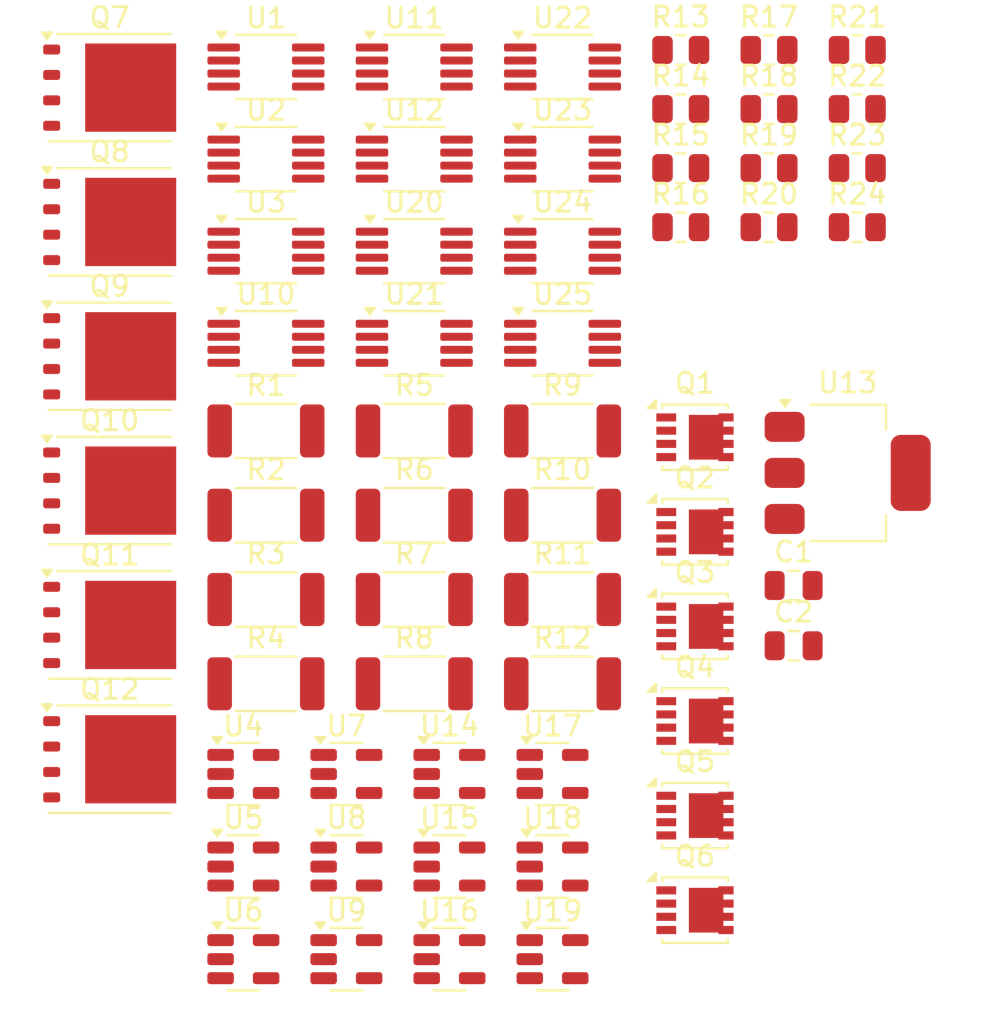
<source format=kicad_pcb>
(kicad_pcb
	(version 20240108)
	(generator "pcbnew")
	(generator_version "8.0")
	(general
		(thickness 1.6)
		(legacy_teardrops no)
	)
	(paper "A4")
	(layers
		(0 "F.Cu" signal)
		(31 "B.Cu" signal)
		(32 "B.Adhes" user "B.Adhesive")
		(33 "F.Adhes" user "F.Adhesive")
		(34 "B.Paste" user)
		(35 "F.Paste" user)
		(36 "B.SilkS" user "B.Silkscreen")
		(37 "F.SilkS" user "F.Silkscreen")
		(38 "B.Mask" user)
		(39 "F.Mask" user)
		(40 "Dwgs.User" user "User.Drawings")
		(41 "Cmts.User" user "User.Comments")
		(42 "Eco1.User" user "User.Eco1")
		(43 "Eco2.User" user "User.Eco2")
		(44 "Edge.Cuts" user)
		(45 "Margin" user)
		(46 "B.CrtYd" user "B.Courtyard")
		(47 "F.CrtYd" user "F.Courtyard")
		(48 "B.Fab" user)
		(49 "F.Fab" user)
		(50 "User.1" user)
		(51 "User.2" user)
		(52 "User.3" user)
		(53 "User.4" user)
		(54 "User.5" user)
		(55 "User.6" user)
		(56 "User.7" user)
		(57 "User.8" user)
		(58 "User.9" user)
	)
	(setup
		(pad_to_mask_clearance 0)
		(allow_soldermask_bridges_in_footprints no)
		(pcbplotparams
			(layerselection 0x00010fc_ffffffff)
			(plot_on_all_layers_selection 0x0000000_00000000)
			(disableapertmacros no)
			(usegerberextensions no)
			(usegerberattributes yes)
			(usegerberadvancedattributes yes)
			(creategerberjobfile yes)
			(dashed_line_dash_ratio 12.000000)
			(dashed_line_gap_ratio 3.000000)
			(svgprecision 4)
			(plotframeref no)
			(viasonmask no)
			(mode 1)
			(useauxorigin no)
			(hpglpennumber 1)
			(hpglpenspeed 20)
			(hpglpendiameter 15.000000)
			(pdf_front_fp_property_popups yes)
			(pdf_back_fp_property_popups yes)
			(dxfpolygonmode yes)
			(dxfimperialunits yes)
			(dxfusepcbnewfont yes)
			(psnegative no)
			(psa4output no)
			(plotreference yes)
			(plotvalue yes)
			(plotfptext yes)
			(plotinvisibletext no)
			(sketchpadsonfab no)
			(subtractmaskfromsilk no)
			(outputformat 1)
			(mirror no)
			(drillshape 1)
			(scaleselection 1)
			(outputdirectory "")
		)
	)
	(net 0 "")
	(net 1 "Net-(U13-GND)")
	(net 2 "+3.3V")
	(net 3 "+12V")
	(net 4 "Net-(Q1-D)")
	(net 5 "Net-(J1-Pin_11)")
	(net 6 "Net-(Q1-G)")
	(net 7 "Net-(Q2-D)")
	(net 8 "Net-(J1-Pin_9)")
	(net 9 "Net-(Q2-G)")
	(net 10 "Net-(Q3-G)")
	(net 11 "Net-(Q3-D)")
	(net 12 "Net-(J1-Pin_7)")
	(net 13 "Net-(J1-Pin_5)")
	(net 14 "Net-(Q4-G)")
	(net 15 "Net-(Q4-D)")
	(net 16 "Net-(Q5-D)")
	(net 17 "Net-(J1-Pin_3)")
	(net 18 "Net-(Q5-G)")
	(net 19 "Net-(Q6-D)")
	(net 20 "Net-(Q6-G)")
	(net 21 "Net-(Q7-D)")
	(net 22 "GND")
	(net 23 "Net-(Q7-G)")
	(net 24 "Net-(Q8-D)")
	(net 25 "Net-(Q8-G)")
	(net 26 "Net-(Q9-D)")
	(net 27 "Net-(Q9-G)")
	(net 28 "Net-(Q10-D)")
	(net 29 "Net-(Q10-G)")
	(net 30 "Net-(Q11-G)")
	(net 31 "Net-(Q11-D)")
	(net 32 "Net-(Q12-G)")
	(net 33 "Net-(Q12-D)")
	(net 34 "Net-(J2-Pin_1)")
	(net 35 "Net-(J2-Pin_3)")
	(net 36 "Net-(J2-Pin_5)")
	(net 37 "Net-(J2-Pin_7)")
	(net 38 "Net-(J2-Pin_9)")
	(net 39 "Net-(J2-Pin_11)")
	(net 40 "Net-(J2-Pin_12)")
	(net 41 "Net-(J2-Pin_10)")
	(net 42 "Net-(J2-Pin_8)")
	(net 43 "Net-(J2-Pin_6)")
	(net 44 "Net-(J2-Pin_4)")
	(net 45 "Net-(J2-Pin_2)")
	(net 46 "Net-(U1A--)")
	(net 47 "Net-(U10A--)")
	(net 48 "Net-(U1B--)")
	(net 49 "Net-(U2A--)")
	(net 50 "Net-(U2B--)")
	(net 51 "Net-(U3A--)")
	(net 52 "Net-(U3B--)")
	(net 53 "Net-(U23A-+)")
	(net 54 "Net-(U20A--)")
	(net 55 "Net-(U20B--)")
	(net 56 "Net-(U21A--)")
	(net 57 "Net-(U21B--)")
	(net 58 "Net-(U22A--)")
	(net 59 "Net-(U22B--)")
	(net 60 "Net-(U10B-+)")
	(net 61 "Net-(U10A-+)")
	(net 62 "Net-(U11A-+)")
	(net 63 "Net-(U11B-+)")
	(net 64 "Net-(U12A-+)")
	(net 65 "Net-(U12B-+)")
	(net 66 "Net-(U22B-+)")
	(net 67 "Net-(U22A-+)")
	(net 68 "Net-(U21B-+)")
	(net 69 "Net-(U21A-+)")
	(net 70 "Net-(U20B-+)")
	(net 71 "Net-(U20A-+)")
	(footprint "Package_TO_SOT_SMD:TDSON-8-1" (layer "F.Cu") (at 68.3175 95.45))
	(footprint "Package_TO_SOT_SMD:SOT-23-5" (layer "F.Cu") (at 85.2975 112.145))
	(footprint "Package_TO_SOT_SMD:SOT-23-5" (layer "F.Cu") (at 80.1475 107.52))
	(footprint "Package_TO_SOT_SMD:TDSON-8-1" (layer "F.Cu") (at 68.3175 68.61))
	(footprint "Package_SO:MSOP-8_3x3mm_P0.65mm" (layer "F.Cu") (at 83.5375 67.58))
	(footprint "Package_SO:MSOP-8_3x3mm_P0.65mm" (layer "F.Cu") (at 83.5375 72.18))
	(footprint "Package_SO:Vishay_PowerPAK_1212-8_Single" (layer "F.Cu") (at 97.5675 100.25))
	(footprint "Resistor_SMD:R_0805_2012Metric" (layer "F.Cu") (at 96.8575 69.68))
	(footprint "Package_TO_SOT_SMD:SOT-23-5" (layer "F.Cu") (at 90.4475 112.145))
	(footprint "Package_SO:MSOP-8_3x3mm_P0.65mm" (layer "F.Cu") (at 83.5375 76.78))
	(footprint "Package_SO:MSOP-8_3x3mm_P0.65mm" (layer "F.Cu") (at 90.9475 67.58))
	(footprint "Package_TO_SOT_SMD:SOT-23-5" (layer "F.Cu") (at 74.9975 102.895))
	(footprint "Resistor_SMD:R_0805_2012Metric" (layer "F.Cu") (at 96.8575 72.63))
	(footprint "Resistor_SMD:R_0805_2012Metric" (layer "F.Cu") (at 105.6775 69.68))
	(footprint "Package_TO_SOT_SMD:SOT-23-5" (layer "F.Cu") (at 74.9975 112.145))
	(footprint "Package_TO_SOT_SMD:SOT-23-5" (layer "F.Cu") (at 80.1475 102.895))
	(footprint "Package_TO_SOT_SMD:SOT-23-5" (layer "F.Cu") (at 90.4475 102.895))
	(footprint "Package_SO:Vishay_PowerPAK_1212-8_Single" (layer "F.Cu") (at 97.5675 86.075))
	(footprint "Package_TO_SOT_SMD:SOT-23-5" (layer "F.Cu") (at 85.2975 107.52))
	(footprint "Resistor_SMD:R_0805_2012Metric" (layer "F.Cu") (at 101.2675 69.68))
	(footprint "Package_TO_SOT_SMD:TDSON-8-1" (layer "F.Cu") (at 68.3175 82.03))
	(footprint "Resistor_SMD:R_2010_5025Metric" (layer "F.Cu") (at 83.5375 98.39))
	(footprint "Resistor_SMD:R_2010_5025Metric" (layer "F.Cu") (at 76.1275 89.97))
	(footprint "Capacitor_SMD:C_0805_2012Metric" (layer "F.Cu") (at 102.4975 93.48))
	(footprint "Package_TO_SOT_SMD:SOT-23-5" (layer "F.Cu") (at 85.2975 102.895))
	(footprint "Resistor_SMD:R_0805_2012Metric" (layer "F.Cu") (at 101.2675 66.73))
	(footprint "Package_TO_SOT_SMD:SOT-23-5" (layer "F.Cu") (at 80.1475 112.145))
	(footprint "Resistor_SMD:R_2010_5025Metric" (layer "F.Cu") (at 83.5375 85.76))
	(footprint "Package_SO:Vishay_PowerPAK_1212-8_Single"
		(layer "F.Cu")
		(uuid "66e86992-4bf2-446e-9df0-bea10c1c1448")
		(at 97.5675 109.7)
		(descr "PowerPAK 1212-8 Single (https://www.vishay.com/docs/71656/ppak12128.pdf, https://www.vishay.com/docs/72597/72597.pdf)")
		(tags "Vishay PowerPAK 1212-8 Single")
		(property "Reference" "Q6"
			(at 0 -2.7 0)
			(layer "F.SilkS")
			(uuid "24c62d24-e691-41ad-b7ce-eb4a379e49d8")
			(effects
				(font
					(size 1 1)
					(thickness 0.15)
				)
			)
		)
		(property "Value" "SISH615ADN"
			(at 0 2.7 0)
			(layer "F.Fab")
			(uuid "2291b299-00c5-4a26-9fe8-3d25c87e1f2e")
			(effects
				(font
					(size 1 1)
					(thickness 0.15)
				)
			)
		)
		(property "Footprint" "Package_SO:Vishay_PowerPAK_1212-8_Single"
			(at 0 0 0)
			(unlocked yes)
			(layer "F.Fab")
			(hide yes)
			(uuid "e3f580df-5e29-4b40-998b-ab9716033cb9")
			(effects
				(font
					(size 1.27 1.27)
					(thickness 0.15)
				)
			)
		)
		(property "Datasheet" "https://www.vishay.com/docs/63253/sis443dn.pdf"
			(at 0 0 0)
			(unlocked yes)
			(layer "F.Fab")
			(hide yes)
			(uuid "a90ec6a8-8493-4cb8-9940-0120ed399095")
			(effects
				(font
					(size 1.27 1.27)
					(thickness 0.15)
				)
			)
		)
		(property "Description" "-35A Id, -40V Vds, P-Channel MOSFET, Po
... [234814 chars truncated]
</source>
